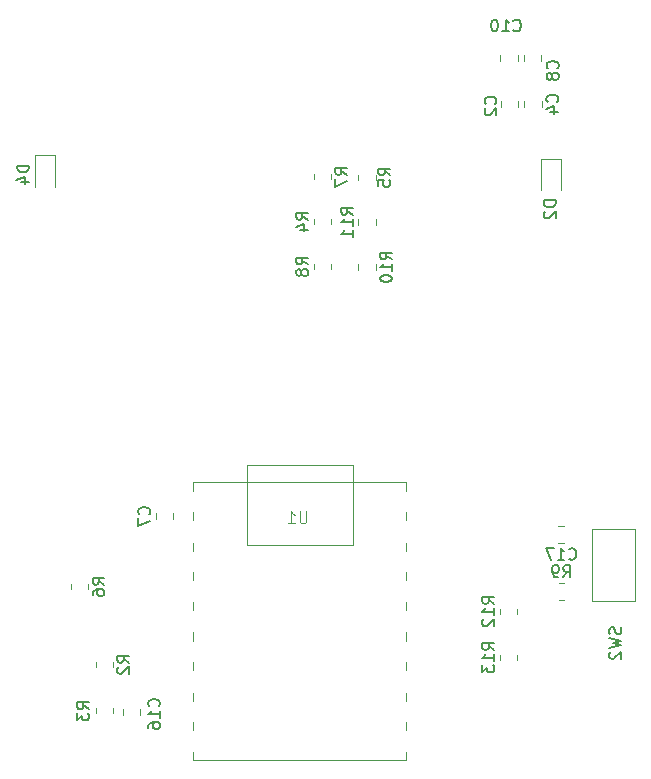
<source format=gbr>
%TF.GenerationSoftware,KiCad,Pcbnew,8.0.6*%
%TF.CreationDate,2025-03-04T23:13:55+07:00*%
%TF.ProjectId,micromouse,6d696372-6f6d-46f7-9573-652e6b696361,rev?*%
%TF.SameCoordinates,Original*%
%TF.FileFunction,Legend,Bot*%
%TF.FilePolarity,Positive*%
%FSLAX46Y46*%
G04 Gerber Fmt 4.6, Leading zero omitted, Abs format (unit mm)*
G04 Created by KiCad (PCBNEW 8.0.6) date 2025-03-04 23:13:55*
%MOMM*%
%LPD*%
G01*
G04 APERTURE LIST*
%ADD10C,0.150000*%
%ADD11C,0.100000*%
%ADD12C,0.120000*%
G04 APERTURE END LIST*
D10*
X162004819Y-129557142D02*
X161528628Y-129223809D01*
X162004819Y-128985714D02*
X161004819Y-128985714D01*
X161004819Y-128985714D02*
X161004819Y-129366666D01*
X161004819Y-129366666D02*
X161052438Y-129461904D01*
X161052438Y-129461904D02*
X161100057Y-129509523D01*
X161100057Y-129509523D02*
X161195295Y-129557142D01*
X161195295Y-129557142D02*
X161338152Y-129557142D01*
X161338152Y-129557142D02*
X161433390Y-129509523D01*
X161433390Y-129509523D02*
X161481009Y-129461904D01*
X161481009Y-129461904D02*
X161528628Y-129366666D01*
X161528628Y-129366666D02*
X161528628Y-128985714D01*
X162004819Y-130509523D02*
X162004819Y-129938095D01*
X162004819Y-130223809D02*
X161004819Y-130223809D01*
X161004819Y-130223809D02*
X161147676Y-130128571D01*
X161147676Y-130128571D02*
X161242914Y-130033333D01*
X161242914Y-130033333D02*
X161290533Y-129938095D01*
X161004819Y-130842857D02*
X161004819Y-131461904D01*
X161004819Y-131461904D02*
X161385771Y-131128571D01*
X161385771Y-131128571D02*
X161385771Y-131271428D01*
X161385771Y-131271428D02*
X161433390Y-131366666D01*
X161433390Y-131366666D02*
X161481009Y-131414285D01*
X161481009Y-131414285D02*
X161576247Y-131461904D01*
X161576247Y-131461904D02*
X161814342Y-131461904D01*
X161814342Y-131461904D02*
X161909580Y-131414285D01*
X161909580Y-131414285D02*
X161957200Y-131366666D01*
X161957200Y-131366666D02*
X162004819Y-131271428D01*
X162004819Y-131271428D02*
X162004819Y-130985714D01*
X162004819Y-130985714D02*
X161957200Y-130890476D01*
X161957200Y-130890476D02*
X161909580Y-130842857D01*
X129004819Y-124033333D02*
X128528628Y-123700000D01*
X129004819Y-123461905D02*
X128004819Y-123461905D01*
X128004819Y-123461905D02*
X128004819Y-123842857D01*
X128004819Y-123842857D02*
X128052438Y-123938095D01*
X128052438Y-123938095D02*
X128100057Y-123985714D01*
X128100057Y-123985714D02*
X128195295Y-124033333D01*
X128195295Y-124033333D02*
X128338152Y-124033333D01*
X128338152Y-124033333D02*
X128433390Y-123985714D01*
X128433390Y-123985714D02*
X128481009Y-123938095D01*
X128481009Y-123938095D02*
X128528628Y-123842857D01*
X128528628Y-123842857D02*
X128528628Y-123461905D01*
X128004819Y-124890476D02*
X128004819Y-124700000D01*
X128004819Y-124700000D02*
X128052438Y-124604762D01*
X128052438Y-124604762D02*
X128100057Y-124557143D01*
X128100057Y-124557143D02*
X128242914Y-124461905D01*
X128242914Y-124461905D02*
X128433390Y-124414286D01*
X128433390Y-124414286D02*
X128814342Y-124414286D01*
X128814342Y-124414286D02*
X128909580Y-124461905D01*
X128909580Y-124461905D02*
X128957200Y-124509524D01*
X128957200Y-124509524D02*
X129004819Y-124604762D01*
X129004819Y-124604762D02*
X129004819Y-124795238D01*
X129004819Y-124795238D02*
X128957200Y-124890476D01*
X128957200Y-124890476D02*
X128909580Y-124938095D01*
X128909580Y-124938095D02*
X128814342Y-124985714D01*
X128814342Y-124985714D02*
X128576247Y-124985714D01*
X128576247Y-124985714D02*
X128481009Y-124938095D01*
X128481009Y-124938095D02*
X128433390Y-124890476D01*
X128433390Y-124890476D02*
X128385771Y-124795238D01*
X128385771Y-124795238D02*
X128385771Y-124604762D01*
X128385771Y-124604762D02*
X128433390Y-124509524D01*
X128433390Y-124509524D02*
X128481009Y-124461905D01*
X128481009Y-124461905D02*
X128576247Y-124414286D01*
X162004819Y-125657142D02*
X161528628Y-125323809D01*
X162004819Y-125085714D02*
X161004819Y-125085714D01*
X161004819Y-125085714D02*
X161004819Y-125466666D01*
X161004819Y-125466666D02*
X161052438Y-125561904D01*
X161052438Y-125561904D02*
X161100057Y-125609523D01*
X161100057Y-125609523D02*
X161195295Y-125657142D01*
X161195295Y-125657142D02*
X161338152Y-125657142D01*
X161338152Y-125657142D02*
X161433390Y-125609523D01*
X161433390Y-125609523D02*
X161481009Y-125561904D01*
X161481009Y-125561904D02*
X161528628Y-125466666D01*
X161528628Y-125466666D02*
X161528628Y-125085714D01*
X162004819Y-126609523D02*
X162004819Y-126038095D01*
X162004819Y-126323809D02*
X161004819Y-126323809D01*
X161004819Y-126323809D02*
X161147676Y-126228571D01*
X161147676Y-126228571D02*
X161242914Y-126133333D01*
X161242914Y-126133333D02*
X161290533Y-126038095D01*
X161100057Y-126990476D02*
X161052438Y-127038095D01*
X161052438Y-127038095D02*
X161004819Y-127133333D01*
X161004819Y-127133333D02*
X161004819Y-127371428D01*
X161004819Y-127371428D02*
X161052438Y-127466666D01*
X161052438Y-127466666D02*
X161100057Y-127514285D01*
X161100057Y-127514285D02*
X161195295Y-127561904D01*
X161195295Y-127561904D02*
X161290533Y-127561904D01*
X161290533Y-127561904D02*
X161433390Y-127514285D01*
X161433390Y-127514285D02*
X162004819Y-126942857D01*
X162004819Y-126942857D02*
X162004819Y-127561904D01*
X150054819Y-92707142D02*
X149578628Y-92373809D01*
X150054819Y-92135714D02*
X149054819Y-92135714D01*
X149054819Y-92135714D02*
X149054819Y-92516666D01*
X149054819Y-92516666D02*
X149102438Y-92611904D01*
X149102438Y-92611904D02*
X149150057Y-92659523D01*
X149150057Y-92659523D02*
X149245295Y-92707142D01*
X149245295Y-92707142D02*
X149388152Y-92707142D01*
X149388152Y-92707142D02*
X149483390Y-92659523D01*
X149483390Y-92659523D02*
X149531009Y-92611904D01*
X149531009Y-92611904D02*
X149578628Y-92516666D01*
X149578628Y-92516666D02*
X149578628Y-92135714D01*
X150054819Y-93659523D02*
X150054819Y-93088095D01*
X150054819Y-93373809D02*
X149054819Y-93373809D01*
X149054819Y-93373809D02*
X149197676Y-93278571D01*
X149197676Y-93278571D02*
X149292914Y-93183333D01*
X149292914Y-93183333D02*
X149340533Y-93088095D01*
X150054819Y-94611904D02*
X150054819Y-94040476D01*
X150054819Y-94326190D02*
X149054819Y-94326190D01*
X149054819Y-94326190D02*
X149197676Y-94230952D01*
X149197676Y-94230952D02*
X149292914Y-94135714D01*
X149292914Y-94135714D02*
X149340533Y-94040476D01*
X132779581Y-118095833D02*
X132827201Y-118048214D01*
X132827201Y-118048214D02*
X132874820Y-117905357D01*
X132874820Y-117905357D02*
X132874820Y-117810119D01*
X132874820Y-117810119D02*
X132827201Y-117667262D01*
X132827201Y-117667262D02*
X132731962Y-117572024D01*
X132731962Y-117572024D02*
X132636724Y-117524405D01*
X132636724Y-117524405D02*
X132446248Y-117476786D01*
X132446248Y-117476786D02*
X132303391Y-117476786D01*
X132303391Y-117476786D02*
X132112915Y-117524405D01*
X132112915Y-117524405D02*
X132017677Y-117572024D01*
X132017677Y-117572024D02*
X131922439Y-117667262D01*
X131922439Y-117667262D02*
X131874820Y-117810119D01*
X131874820Y-117810119D02*
X131874820Y-117905357D01*
X131874820Y-117905357D02*
X131922439Y-118048214D01*
X131922439Y-118048214D02*
X131970058Y-118095833D01*
X131874820Y-118429167D02*
X131874820Y-119095833D01*
X131874820Y-119095833D02*
X132874820Y-118667262D01*
X133609580Y-134357142D02*
X133657200Y-134309523D01*
X133657200Y-134309523D02*
X133704819Y-134166666D01*
X133704819Y-134166666D02*
X133704819Y-134071428D01*
X133704819Y-134071428D02*
X133657200Y-133928571D01*
X133657200Y-133928571D02*
X133561961Y-133833333D01*
X133561961Y-133833333D02*
X133466723Y-133785714D01*
X133466723Y-133785714D02*
X133276247Y-133738095D01*
X133276247Y-133738095D02*
X133133390Y-133738095D01*
X133133390Y-133738095D02*
X132942914Y-133785714D01*
X132942914Y-133785714D02*
X132847676Y-133833333D01*
X132847676Y-133833333D02*
X132752438Y-133928571D01*
X132752438Y-133928571D02*
X132704819Y-134071428D01*
X132704819Y-134071428D02*
X132704819Y-134166666D01*
X132704819Y-134166666D02*
X132752438Y-134309523D01*
X132752438Y-134309523D02*
X132800057Y-134357142D01*
X133704819Y-135309523D02*
X133704819Y-134738095D01*
X133704819Y-135023809D02*
X132704819Y-135023809D01*
X132704819Y-135023809D02*
X132847676Y-134928571D01*
X132847676Y-134928571D02*
X132942914Y-134833333D01*
X132942914Y-134833333D02*
X132990533Y-134738095D01*
X132704819Y-136166666D02*
X132704819Y-135976190D01*
X132704819Y-135976190D02*
X132752438Y-135880952D01*
X132752438Y-135880952D02*
X132800057Y-135833333D01*
X132800057Y-135833333D02*
X132942914Y-135738095D01*
X132942914Y-135738095D02*
X133133390Y-135690476D01*
X133133390Y-135690476D02*
X133514342Y-135690476D01*
X133514342Y-135690476D02*
X133609580Y-135738095D01*
X133609580Y-135738095D02*
X133657200Y-135785714D01*
X133657200Y-135785714D02*
X133704819Y-135880952D01*
X133704819Y-135880952D02*
X133704819Y-136071428D01*
X133704819Y-136071428D02*
X133657200Y-136166666D01*
X133657200Y-136166666D02*
X133609580Y-136214285D01*
X133609580Y-136214285D02*
X133514342Y-136261904D01*
X133514342Y-136261904D02*
X133276247Y-136261904D01*
X133276247Y-136261904D02*
X133181009Y-136214285D01*
X133181009Y-136214285D02*
X133133390Y-136166666D01*
X133133390Y-136166666D02*
X133085771Y-136071428D01*
X133085771Y-136071428D02*
X133085771Y-135880952D01*
X133085771Y-135880952D02*
X133133390Y-135785714D01*
X133133390Y-135785714D02*
X133181009Y-135738095D01*
X133181009Y-135738095D02*
X133276247Y-135690476D01*
X127704819Y-134583333D02*
X127228628Y-134250000D01*
X127704819Y-134011905D02*
X126704819Y-134011905D01*
X126704819Y-134011905D02*
X126704819Y-134392857D01*
X126704819Y-134392857D02*
X126752438Y-134488095D01*
X126752438Y-134488095D02*
X126800057Y-134535714D01*
X126800057Y-134535714D02*
X126895295Y-134583333D01*
X126895295Y-134583333D02*
X127038152Y-134583333D01*
X127038152Y-134583333D02*
X127133390Y-134535714D01*
X127133390Y-134535714D02*
X127181009Y-134488095D01*
X127181009Y-134488095D02*
X127228628Y-134392857D01*
X127228628Y-134392857D02*
X127228628Y-134011905D01*
X126704819Y-134916667D02*
X126704819Y-135535714D01*
X126704819Y-135535714D02*
X127085771Y-135202381D01*
X127085771Y-135202381D02*
X127085771Y-135345238D01*
X127085771Y-135345238D02*
X127133390Y-135440476D01*
X127133390Y-135440476D02*
X127181009Y-135488095D01*
X127181009Y-135488095D02*
X127276247Y-135535714D01*
X127276247Y-135535714D02*
X127514342Y-135535714D01*
X127514342Y-135535714D02*
X127609580Y-135488095D01*
X127609580Y-135488095D02*
X127657200Y-135440476D01*
X127657200Y-135440476D02*
X127704819Y-135345238D01*
X127704819Y-135345238D02*
X127704819Y-135059524D01*
X127704819Y-135059524D02*
X127657200Y-134964286D01*
X127657200Y-134964286D02*
X127609580Y-134916667D01*
X149554819Y-89333333D02*
X149078628Y-89000000D01*
X149554819Y-88761905D02*
X148554819Y-88761905D01*
X148554819Y-88761905D02*
X148554819Y-89142857D01*
X148554819Y-89142857D02*
X148602438Y-89238095D01*
X148602438Y-89238095D02*
X148650057Y-89285714D01*
X148650057Y-89285714D02*
X148745295Y-89333333D01*
X148745295Y-89333333D02*
X148888152Y-89333333D01*
X148888152Y-89333333D02*
X148983390Y-89285714D01*
X148983390Y-89285714D02*
X149031009Y-89238095D01*
X149031009Y-89238095D02*
X149078628Y-89142857D01*
X149078628Y-89142857D02*
X149078628Y-88761905D01*
X148554819Y-89666667D02*
X148554819Y-90333333D01*
X148554819Y-90333333D02*
X149554819Y-89904762D01*
X131104819Y-130633333D02*
X130628628Y-130300000D01*
X131104819Y-130061905D02*
X130104819Y-130061905D01*
X130104819Y-130061905D02*
X130104819Y-130442857D01*
X130104819Y-130442857D02*
X130152438Y-130538095D01*
X130152438Y-130538095D02*
X130200057Y-130585714D01*
X130200057Y-130585714D02*
X130295295Y-130633333D01*
X130295295Y-130633333D02*
X130438152Y-130633333D01*
X130438152Y-130633333D02*
X130533390Y-130585714D01*
X130533390Y-130585714D02*
X130581009Y-130538095D01*
X130581009Y-130538095D02*
X130628628Y-130442857D01*
X130628628Y-130442857D02*
X130628628Y-130061905D01*
X130200057Y-131014286D02*
X130152438Y-131061905D01*
X130152438Y-131061905D02*
X130104819Y-131157143D01*
X130104819Y-131157143D02*
X130104819Y-131395238D01*
X130104819Y-131395238D02*
X130152438Y-131490476D01*
X130152438Y-131490476D02*
X130200057Y-131538095D01*
X130200057Y-131538095D02*
X130295295Y-131585714D01*
X130295295Y-131585714D02*
X130390533Y-131585714D01*
X130390533Y-131585714D02*
X130533390Y-131538095D01*
X130533390Y-131538095D02*
X131104819Y-130966667D01*
X131104819Y-130966667D02*
X131104819Y-131585714D01*
X153354819Y-96507142D02*
X152878628Y-96173809D01*
X153354819Y-95935714D02*
X152354819Y-95935714D01*
X152354819Y-95935714D02*
X152354819Y-96316666D01*
X152354819Y-96316666D02*
X152402438Y-96411904D01*
X152402438Y-96411904D02*
X152450057Y-96459523D01*
X152450057Y-96459523D02*
X152545295Y-96507142D01*
X152545295Y-96507142D02*
X152688152Y-96507142D01*
X152688152Y-96507142D02*
X152783390Y-96459523D01*
X152783390Y-96459523D02*
X152831009Y-96411904D01*
X152831009Y-96411904D02*
X152878628Y-96316666D01*
X152878628Y-96316666D02*
X152878628Y-95935714D01*
X153354819Y-97459523D02*
X153354819Y-96888095D01*
X153354819Y-97173809D02*
X152354819Y-97173809D01*
X152354819Y-97173809D02*
X152497676Y-97078571D01*
X152497676Y-97078571D02*
X152592914Y-96983333D01*
X152592914Y-96983333D02*
X152640533Y-96888095D01*
X152354819Y-98078571D02*
X152354819Y-98173809D01*
X152354819Y-98173809D02*
X152402438Y-98269047D01*
X152402438Y-98269047D02*
X152450057Y-98316666D01*
X152450057Y-98316666D02*
X152545295Y-98364285D01*
X152545295Y-98364285D02*
X152735771Y-98411904D01*
X152735771Y-98411904D02*
X152973866Y-98411904D01*
X152973866Y-98411904D02*
X153164342Y-98364285D01*
X153164342Y-98364285D02*
X153259580Y-98316666D01*
X153259580Y-98316666D02*
X153307200Y-98269047D01*
X153307200Y-98269047D02*
X153354819Y-98173809D01*
X153354819Y-98173809D02*
X153354819Y-98078571D01*
X153354819Y-98078571D02*
X153307200Y-97983333D01*
X153307200Y-97983333D02*
X153259580Y-97935714D01*
X153259580Y-97935714D02*
X153164342Y-97888095D01*
X153164342Y-97888095D02*
X152973866Y-97840476D01*
X152973866Y-97840476D02*
X152735771Y-97840476D01*
X152735771Y-97840476D02*
X152545295Y-97888095D01*
X152545295Y-97888095D02*
X152450057Y-97935714D01*
X152450057Y-97935714D02*
X152402438Y-97983333D01*
X152402438Y-97983333D02*
X152354819Y-98078571D01*
X167204819Y-91511905D02*
X166204819Y-91511905D01*
X166204819Y-91511905D02*
X166204819Y-91750000D01*
X166204819Y-91750000D02*
X166252438Y-91892857D01*
X166252438Y-91892857D02*
X166347676Y-91988095D01*
X166347676Y-91988095D02*
X166442914Y-92035714D01*
X166442914Y-92035714D02*
X166633390Y-92083333D01*
X166633390Y-92083333D02*
X166776247Y-92083333D01*
X166776247Y-92083333D02*
X166966723Y-92035714D01*
X166966723Y-92035714D02*
X167061961Y-91988095D01*
X167061961Y-91988095D02*
X167157200Y-91892857D01*
X167157200Y-91892857D02*
X167204819Y-91750000D01*
X167204819Y-91750000D02*
X167204819Y-91511905D01*
X166300057Y-92464286D02*
X166252438Y-92511905D01*
X166252438Y-92511905D02*
X166204819Y-92607143D01*
X166204819Y-92607143D02*
X166204819Y-92845238D01*
X166204819Y-92845238D02*
X166252438Y-92940476D01*
X166252438Y-92940476D02*
X166300057Y-92988095D01*
X166300057Y-92988095D02*
X166395295Y-93035714D01*
X166395295Y-93035714D02*
X166490533Y-93035714D01*
X166490533Y-93035714D02*
X166633390Y-92988095D01*
X166633390Y-92988095D02*
X167204819Y-92416667D01*
X167204819Y-92416667D02*
X167204819Y-93035714D01*
X122604818Y-88561906D02*
X121604818Y-88561906D01*
X121604818Y-88561906D02*
X121604818Y-88800001D01*
X121604818Y-88800001D02*
X121652437Y-88942858D01*
X121652437Y-88942858D02*
X121747675Y-89038096D01*
X121747675Y-89038096D02*
X121842913Y-89085715D01*
X121842913Y-89085715D02*
X122033389Y-89133334D01*
X122033389Y-89133334D02*
X122176246Y-89133334D01*
X122176246Y-89133334D02*
X122366722Y-89085715D01*
X122366722Y-89085715D02*
X122461960Y-89038096D01*
X122461960Y-89038096D02*
X122557199Y-88942858D01*
X122557199Y-88942858D02*
X122604818Y-88800001D01*
X122604818Y-88800001D02*
X122604818Y-88561906D01*
X121938151Y-89990477D02*
X122604818Y-89990477D01*
X121557199Y-89752382D02*
X122271484Y-89514287D01*
X122271484Y-89514287D02*
X122271484Y-90133334D01*
X163642857Y-77109580D02*
X163690476Y-77157200D01*
X163690476Y-77157200D02*
X163833333Y-77204819D01*
X163833333Y-77204819D02*
X163928571Y-77204819D01*
X163928571Y-77204819D02*
X164071428Y-77157200D01*
X164071428Y-77157200D02*
X164166666Y-77061961D01*
X164166666Y-77061961D02*
X164214285Y-76966723D01*
X164214285Y-76966723D02*
X164261904Y-76776247D01*
X164261904Y-76776247D02*
X164261904Y-76633390D01*
X164261904Y-76633390D02*
X164214285Y-76442914D01*
X164214285Y-76442914D02*
X164166666Y-76347676D01*
X164166666Y-76347676D02*
X164071428Y-76252438D01*
X164071428Y-76252438D02*
X163928571Y-76204819D01*
X163928571Y-76204819D02*
X163833333Y-76204819D01*
X163833333Y-76204819D02*
X163690476Y-76252438D01*
X163690476Y-76252438D02*
X163642857Y-76300057D01*
X162690476Y-77204819D02*
X163261904Y-77204819D01*
X162976190Y-77204819D02*
X162976190Y-76204819D01*
X162976190Y-76204819D02*
X163071428Y-76347676D01*
X163071428Y-76347676D02*
X163166666Y-76442914D01*
X163166666Y-76442914D02*
X163261904Y-76490533D01*
X162071428Y-76204819D02*
X161976190Y-76204819D01*
X161976190Y-76204819D02*
X161880952Y-76252438D01*
X161880952Y-76252438D02*
X161833333Y-76300057D01*
X161833333Y-76300057D02*
X161785714Y-76395295D01*
X161785714Y-76395295D02*
X161738095Y-76585771D01*
X161738095Y-76585771D02*
X161738095Y-76823866D01*
X161738095Y-76823866D02*
X161785714Y-77014342D01*
X161785714Y-77014342D02*
X161833333Y-77109580D01*
X161833333Y-77109580D02*
X161880952Y-77157200D01*
X161880952Y-77157200D02*
X161976190Y-77204819D01*
X161976190Y-77204819D02*
X162071428Y-77204819D01*
X162071428Y-77204819D02*
X162166666Y-77157200D01*
X162166666Y-77157200D02*
X162214285Y-77109580D01*
X162214285Y-77109580D02*
X162261904Y-77014342D01*
X162261904Y-77014342D02*
X162309523Y-76823866D01*
X162309523Y-76823866D02*
X162309523Y-76585771D01*
X162309523Y-76585771D02*
X162261904Y-76395295D01*
X162261904Y-76395295D02*
X162214285Y-76300057D01*
X162214285Y-76300057D02*
X162166666Y-76252438D01*
X162166666Y-76252438D02*
X162071428Y-76204819D01*
X146254819Y-96933333D02*
X145778628Y-96600000D01*
X146254819Y-96361905D02*
X145254819Y-96361905D01*
X145254819Y-96361905D02*
X145254819Y-96742857D01*
X145254819Y-96742857D02*
X145302438Y-96838095D01*
X145302438Y-96838095D02*
X145350057Y-96885714D01*
X145350057Y-96885714D02*
X145445295Y-96933333D01*
X145445295Y-96933333D02*
X145588152Y-96933333D01*
X145588152Y-96933333D02*
X145683390Y-96885714D01*
X145683390Y-96885714D02*
X145731009Y-96838095D01*
X145731009Y-96838095D02*
X145778628Y-96742857D01*
X145778628Y-96742857D02*
X145778628Y-96361905D01*
X145683390Y-97504762D02*
X145635771Y-97409524D01*
X145635771Y-97409524D02*
X145588152Y-97361905D01*
X145588152Y-97361905D02*
X145492914Y-97314286D01*
X145492914Y-97314286D02*
X145445295Y-97314286D01*
X145445295Y-97314286D02*
X145350057Y-97361905D01*
X145350057Y-97361905D02*
X145302438Y-97409524D01*
X145302438Y-97409524D02*
X145254819Y-97504762D01*
X145254819Y-97504762D02*
X145254819Y-97695238D01*
X145254819Y-97695238D02*
X145302438Y-97790476D01*
X145302438Y-97790476D02*
X145350057Y-97838095D01*
X145350057Y-97838095D02*
X145445295Y-97885714D01*
X145445295Y-97885714D02*
X145492914Y-97885714D01*
X145492914Y-97885714D02*
X145588152Y-97838095D01*
X145588152Y-97838095D02*
X145635771Y-97790476D01*
X145635771Y-97790476D02*
X145683390Y-97695238D01*
X145683390Y-97695238D02*
X145683390Y-97504762D01*
X145683390Y-97504762D02*
X145731009Y-97409524D01*
X145731009Y-97409524D02*
X145778628Y-97361905D01*
X145778628Y-97361905D02*
X145873866Y-97314286D01*
X145873866Y-97314286D02*
X146064342Y-97314286D01*
X146064342Y-97314286D02*
X146159580Y-97361905D01*
X146159580Y-97361905D02*
X146207200Y-97409524D01*
X146207200Y-97409524D02*
X146254819Y-97504762D01*
X146254819Y-97504762D02*
X146254819Y-97695238D01*
X146254819Y-97695238D02*
X146207200Y-97790476D01*
X146207200Y-97790476D02*
X146159580Y-97838095D01*
X146159580Y-97838095D02*
X146064342Y-97885714D01*
X146064342Y-97885714D02*
X145873866Y-97885714D01*
X145873866Y-97885714D02*
X145778628Y-97838095D01*
X145778628Y-97838095D02*
X145731009Y-97790476D01*
X145731009Y-97790476D02*
X145683390Y-97695238D01*
X153204819Y-89383333D02*
X152728628Y-89050000D01*
X153204819Y-88811905D02*
X152204819Y-88811905D01*
X152204819Y-88811905D02*
X152204819Y-89192857D01*
X152204819Y-89192857D02*
X152252438Y-89288095D01*
X152252438Y-89288095D02*
X152300057Y-89335714D01*
X152300057Y-89335714D02*
X152395295Y-89383333D01*
X152395295Y-89383333D02*
X152538152Y-89383333D01*
X152538152Y-89383333D02*
X152633390Y-89335714D01*
X152633390Y-89335714D02*
X152681009Y-89288095D01*
X152681009Y-89288095D02*
X152728628Y-89192857D01*
X152728628Y-89192857D02*
X152728628Y-88811905D01*
X152204819Y-90288095D02*
X152204819Y-89811905D01*
X152204819Y-89811905D02*
X152681009Y-89764286D01*
X152681009Y-89764286D02*
X152633390Y-89811905D01*
X152633390Y-89811905D02*
X152585771Y-89907143D01*
X152585771Y-89907143D02*
X152585771Y-90145238D01*
X152585771Y-90145238D02*
X152633390Y-90240476D01*
X152633390Y-90240476D02*
X152681009Y-90288095D01*
X152681009Y-90288095D02*
X152776247Y-90335714D01*
X152776247Y-90335714D02*
X153014342Y-90335714D01*
X153014342Y-90335714D02*
X153109580Y-90288095D01*
X153109580Y-90288095D02*
X153157200Y-90240476D01*
X153157200Y-90240476D02*
X153204819Y-90145238D01*
X153204819Y-90145238D02*
X153204819Y-89907143D01*
X153204819Y-89907143D02*
X153157200Y-89811905D01*
X153157200Y-89811905D02*
X153109580Y-89764286D01*
D11*
X146111904Y-117832419D02*
X146111904Y-118641942D01*
X146111904Y-118641942D02*
X146064285Y-118737180D01*
X146064285Y-118737180D02*
X146016666Y-118784800D01*
X146016666Y-118784800D02*
X145921428Y-118832419D01*
X145921428Y-118832419D02*
X145730952Y-118832419D01*
X145730952Y-118832419D02*
X145635714Y-118784800D01*
X145635714Y-118784800D02*
X145588095Y-118737180D01*
X145588095Y-118737180D02*
X145540476Y-118641942D01*
X145540476Y-118641942D02*
X145540476Y-117832419D01*
X144540476Y-118832419D02*
X145111904Y-118832419D01*
X144826190Y-118832419D02*
X144826190Y-117832419D01*
X144826190Y-117832419D02*
X144921428Y-117975276D01*
X144921428Y-117975276D02*
X145016666Y-118070514D01*
X145016666Y-118070514D02*
X145111904Y-118118133D01*
D10*
X167359580Y-80333333D02*
X167407200Y-80285714D01*
X167407200Y-80285714D02*
X167454819Y-80142857D01*
X167454819Y-80142857D02*
X167454819Y-80047619D01*
X167454819Y-80047619D02*
X167407200Y-79904762D01*
X167407200Y-79904762D02*
X167311961Y-79809524D01*
X167311961Y-79809524D02*
X167216723Y-79761905D01*
X167216723Y-79761905D02*
X167026247Y-79714286D01*
X167026247Y-79714286D02*
X166883390Y-79714286D01*
X166883390Y-79714286D02*
X166692914Y-79761905D01*
X166692914Y-79761905D02*
X166597676Y-79809524D01*
X166597676Y-79809524D02*
X166502438Y-79904762D01*
X166502438Y-79904762D02*
X166454819Y-80047619D01*
X166454819Y-80047619D02*
X166454819Y-80142857D01*
X166454819Y-80142857D02*
X166502438Y-80285714D01*
X166502438Y-80285714D02*
X166550057Y-80333333D01*
X166883390Y-80904762D02*
X166835771Y-80809524D01*
X166835771Y-80809524D02*
X166788152Y-80761905D01*
X166788152Y-80761905D02*
X166692914Y-80714286D01*
X166692914Y-80714286D02*
X166645295Y-80714286D01*
X166645295Y-80714286D02*
X166550057Y-80761905D01*
X166550057Y-80761905D02*
X166502438Y-80809524D01*
X166502438Y-80809524D02*
X166454819Y-80904762D01*
X166454819Y-80904762D02*
X166454819Y-81095238D01*
X166454819Y-81095238D02*
X166502438Y-81190476D01*
X166502438Y-81190476D02*
X166550057Y-81238095D01*
X166550057Y-81238095D02*
X166645295Y-81285714D01*
X166645295Y-81285714D02*
X166692914Y-81285714D01*
X166692914Y-81285714D02*
X166788152Y-81238095D01*
X166788152Y-81238095D02*
X166835771Y-81190476D01*
X166835771Y-81190476D02*
X166883390Y-81095238D01*
X166883390Y-81095238D02*
X166883390Y-80904762D01*
X166883390Y-80904762D02*
X166931009Y-80809524D01*
X166931009Y-80809524D02*
X166978628Y-80761905D01*
X166978628Y-80761905D02*
X167073866Y-80714286D01*
X167073866Y-80714286D02*
X167264342Y-80714286D01*
X167264342Y-80714286D02*
X167359580Y-80761905D01*
X167359580Y-80761905D02*
X167407200Y-80809524D01*
X167407200Y-80809524D02*
X167454819Y-80904762D01*
X167454819Y-80904762D02*
X167454819Y-81095238D01*
X167454819Y-81095238D02*
X167407200Y-81190476D01*
X167407200Y-81190476D02*
X167359580Y-81238095D01*
X167359580Y-81238095D02*
X167264342Y-81285714D01*
X167264342Y-81285714D02*
X167073866Y-81285714D01*
X167073866Y-81285714D02*
X166978628Y-81238095D01*
X166978628Y-81238095D02*
X166931009Y-81190476D01*
X166931009Y-81190476D02*
X166883390Y-81095238D01*
X168342857Y-121839579D02*
X168390476Y-121887199D01*
X168390476Y-121887199D02*
X168533333Y-121934818D01*
X168533333Y-121934818D02*
X168628571Y-121934818D01*
X168628571Y-121934818D02*
X168771428Y-121887199D01*
X168771428Y-121887199D02*
X168866666Y-121791960D01*
X168866666Y-121791960D02*
X168914285Y-121696722D01*
X168914285Y-121696722D02*
X168961904Y-121506246D01*
X168961904Y-121506246D02*
X168961904Y-121363389D01*
X168961904Y-121363389D02*
X168914285Y-121172913D01*
X168914285Y-121172913D02*
X168866666Y-121077675D01*
X168866666Y-121077675D02*
X168771428Y-120982437D01*
X168771428Y-120982437D02*
X168628571Y-120934818D01*
X168628571Y-120934818D02*
X168533333Y-120934818D01*
X168533333Y-120934818D02*
X168390476Y-120982437D01*
X168390476Y-120982437D02*
X168342857Y-121030056D01*
X167390476Y-121934818D02*
X167961904Y-121934818D01*
X167676190Y-121934818D02*
X167676190Y-120934818D01*
X167676190Y-120934818D02*
X167771428Y-121077675D01*
X167771428Y-121077675D02*
X167866666Y-121172913D01*
X167866666Y-121172913D02*
X167961904Y-121220532D01*
X167057142Y-120934818D02*
X166390476Y-120934818D01*
X166390476Y-120934818D02*
X166819047Y-121934818D01*
X146254819Y-93133333D02*
X145778628Y-92800000D01*
X146254819Y-92561905D02*
X145254819Y-92561905D01*
X145254819Y-92561905D02*
X145254819Y-92942857D01*
X145254819Y-92942857D02*
X145302438Y-93038095D01*
X145302438Y-93038095D02*
X145350057Y-93085714D01*
X145350057Y-93085714D02*
X145445295Y-93133333D01*
X145445295Y-93133333D02*
X145588152Y-93133333D01*
X145588152Y-93133333D02*
X145683390Y-93085714D01*
X145683390Y-93085714D02*
X145731009Y-93038095D01*
X145731009Y-93038095D02*
X145778628Y-92942857D01*
X145778628Y-92942857D02*
X145778628Y-92561905D01*
X145588152Y-93990476D02*
X146254819Y-93990476D01*
X145207200Y-93752381D02*
X145921485Y-93514286D01*
X145921485Y-93514286D02*
X145921485Y-94133333D01*
X167339579Y-83170833D02*
X167387199Y-83123214D01*
X167387199Y-83123214D02*
X167434818Y-82980357D01*
X167434818Y-82980357D02*
X167434818Y-82885119D01*
X167434818Y-82885119D02*
X167387199Y-82742262D01*
X167387199Y-82742262D02*
X167291960Y-82647024D01*
X167291960Y-82647024D02*
X167196722Y-82599405D01*
X167196722Y-82599405D02*
X167006246Y-82551786D01*
X167006246Y-82551786D02*
X166863389Y-82551786D01*
X166863389Y-82551786D02*
X166672913Y-82599405D01*
X166672913Y-82599405D02*
X166577675Y-82647024D01*
X166577675Y-82647024D02*
X166482437Y-82742262D01*
X166482437Y-82742262D02*
X166434818Y-82885119D01*
X166434818Y-82885119D02*
X166434818Y-82980357D01*
X166434818Y-82980357D02*
X166482437Y-83123214D01*
X166482437Y-83123214D02*
X166530056Y-83170833D01*
X166768151Y-84027976D02*
X167434818Y-84027976D01*
X166387199Y-83789881D02*
X167101484Y-83551786D01*
X167101484Y-83551786D02*
X167101484Y-84170833D01*
X162109580Y-83333333D02*
X162157200Y-83285714D01*
X162157200Y-83285714D02*
X162204819Y-83142857D01*
X162204819Y-83142857D02*
X162204819Y-83047619D01*
X162204819Y-83047619D02*
X162157200Y-82904762D01*
X162157200Y-82904762D02*
X162061961Y-82809524D01*
X162061961Y-82809524D02*
X161966723Y-82761905D01*
X161966723Y-82761905D02*
X161776247Y-82714286D01*
X161776247Y-82714286D02*
X161633390Y-82714286D01*
X161633390Y-82714286D02*
X161442914Y-82761905D01*
X161442914Y-82761905D02*
X161347676Y-82809524D01*
X161347676Y-82809524D02*
X161252438Y-82904762D01*
X161252438Y-82904762D02*
X161204819Y-83047619D01*
X161204819Y-83047619D02*
X161204819Y-83142857D01*
X161204819Y-83142857D02*
X161252438Y-83285714D01*
X161252438Y-83285714D02*
X161300057Y-83333333D01*
X161300057Y-83714286D02*
X161252438Y-83761905D01*
X161252438Y-83761905D02*
X161204819Y-83857143D01*
X161204819Y-83857143D02*
X161204819Y-84095238D01*
X161204819Y-84095238D02*
X161252438Y-84190476D01*
X161252438Y-84190476D02*
X161300057Y-84238095D01*
X161300057Y-84238095D02*
X161395295Y-84285714D01*
X161395295Y-84285714D02*
X161490533Y-84285714D01*
X161490533Y-84285714D02*
X161633390Y-84238095D01*
X161633390Y-84238095D02*
X162204819Y-83666667D01*
X162204819Y-83666667D02*
X162204819Y-84285714D01*
X172707200Y-127666667D02*
X172754819Y-127809524D01*
X172754819Y-127809524D02*
X172754819Y-128047619D01*
X172754819Y-128047619D02*
X172707200Y-128142857D01*
X172707200Y-128142857D02*
X172659580Y-128190476D01*
X172659580Y-128190476D02*
X172564342Y-128238095D01*
X172564342Y-128238095D02*
X172469104Y-128238095D01*
X172469104Y-128238095D02*
X172373866Y-128190476D01*
X172373866Y-128190476D02*
X172326247Y-128142857D01*
X172326247Y-128142857D02*
X172278628Y-128047619D01*
X172278628Y-128047619D02*
X172231009Y-127857143D01*
X172231009Y-127857143D02*
X172183390Y-127761905D01*
X172183390Y-127761905D02*
X172135771Y-127714286D01*
X172135771Y-127714286D02*
X172040533Y-127666667D01*
X172040533Y-127666667D02*
X171945295Y-127666667D01*
X171945295Y-127666667D02*
X171850057Y-127714286D01*
X171850057Y-127714286D02*
X171802438Y-127761905D01*
X171802438Y-127761905D02*
X171754819Y-127857143D01*
X171754819Y-127857143D02*
X171754819Y-128095238D01*
X171754819Y-128095238D02*
X171802438Y-128238095D01*
X171754819Y-128571429D02*
X172754819Y-128809524D01*
X172754819Y-128809524D02*
X172040533Y-129000000D01*
X172040533Y-129000000D02*
X172754819Y-129190476D01*
X172754819Y-129190476D02*
X171754819Y-129428572D01*
X171850057Y-129761905D02*
X171802438Y-129809524D01*
X171802438Y-129809524D02*
X171754819Y-129904762D01*
X171754819Y-129904762D02*
X171754819Y-130142857D01*
X171754819Y-130142857D02*
X171802438Y-130238095D01*
X171802438Y-130238095D02*
X171850057Y-130285714D01*
X171850057Y-130285714D02*
X171945295Y-130333333D01*
X171945295Y-130333333D02*
X172040533Y-130333333D01*
X172040533Y-130333333D02*
X172183390Y-130285714D01*
X172183390Y-130285714D02*
X172754819Y-129714286D01*
X172754819Y-129714286D02*
X172754819Y-130333333D01*
X167866666Y-123404819D02*
X168199999Y-122928628D01*
X168438094Y-123404819D02*
X168438094Y-122404819D01*
X168438094Y-122404819D02*
X168057142Y-122404819D01*
X168057142Y-122404819D02*
X167961904Y-122452438D01*
X167961904Y-122452438D02*
X167914285Y-122500057D01*
X167914285Y-122500057D02*
X167866666Y-122595295D01*
X167866666Y-122595295D02*
X167866666Y-122738152D01*
X167866666Y-122738152D02*
X167914285Y-122833390D01*
X167914285Y-122833390D02*
X167961904Y-122881009D01*
X167961904Y-122881009D02*
X168057142Y-122928628D01*
X168057142Y-122928628D02*
X168438094Y-122928628D01*
X167390475Y-123404819D02*
X167199999Y-123404819D01*
X167199999Y-123404819D02*
X167104761Y-123357200D01*
X167104761Y-123357200D02*
X167057142Y-123309580D01*
X167057142Y-123309580D02*
X166961904Y-123166723D01*
X166961904Y-123166723D02*
X166914285Y-122976247D01*
X166914285Y-122976247D02*
X166914285Y-122595295D01*
X166914285Y-122595295D02*
X166961904Y-122500057D01*
X166961904Y-122500057D02*
X167009523Y-122452438D01*
X167009523Y-122452438D02*
X167104761Y-122404819D01*
X167104761Y-122404819D02*
X167295237Y-122404819D01*
X167295237Y-122404819D02*
X167390475Y-122452438D01*
X167390475Y-122452438D02*
X167438094Y-122500057D01*
X167438094Y-122500057D02*
X167485713Y-122595295D01*
X167485713Y-122595295D02*
X167485713Y-122833390D01*
X167485713Y-122833390D02*
X167438094Y-122928628D01*
X167438094Y-122928628D02*
X167390475Y-122976247D01*
X167390475Y-122976247D02*
X167295237Y-123023866D01*
X167295237Y-123023866D02*
X167104761Y-123023866D01*
X167104761Y-123023866D02*
X167009523Y-122976247D01*
X167009523Y-122976247D02*
X166961904Y-122928628D01*
X166961904Y-122928628D02*
X166914285Y-122833390D01*
D12*
%TO.C,R13*%
X162465000Y-130427064D02*
X162465000Y-129972936D01*
X163935000Y-130427064D02*
X163935000Y-129972936D01*
%TO.C,R6*%
X126165000Y-123972936D02*
X126165000Y-124427064D01*
X127635000Y-123972936D02*
X127635000Y-124427064D01*
%TO.C,R12*%
X162465000Y-126527064D02*
X162465000Y-126072936D01*
X163935000Y-126527064D02*
X163935000Y-126072936D01*
%TO.C,R11*%
X150515000Y-93577064D02*
X150515000Y-93122936D01*
X151985000Y-93577064D02*
X151985000Y-93122936D01*
%TO.C,C7*%
X133365000Y-118523753D02*
X133365000Y-118001247D01*
X134835000Y-118523753D02*
X134835000Y-118001247D01*
%TO.C,C16*%
X130565000Y-135061253D02*
X130565000Y-134538747D01*
X132035000Y-135061253D02*
X132035000Y-134538747D01*
%TO.C,R3*%
X128265000Y-134472936D02*
X128265000Y-134927064D01*
X129735000Y-134472936D02*
X129735000Y-134927064D01*
%TO.C,R7*%
X146715000Y-89272936D02*
X146715000Y-89727064D01*
X148185000Y-89272936D02*
X148185000Y-89727064D01*
%TO.C,R2*%
X128265000Y-130572936D02*
X128265000Y-131027064D01*
X129735000Y-130572936D02*
X129735000Y-131027064D01*
%TO.C,R10*%
X150515000Y-96922936D02*
X150515000Y-97377064D01*
X151985000Y-96922936D02*
X151985000Y-97377064D01*
%TO.C,D2*%
X165950000Y-90649999D02*
X165950000Y-87989999D01*
X167650000Y-87989999D02*
X165950000Y-87989999D01*
X167650000Y-90649999D02*
X167650000Y-87989999D01*
%TO.C,D4*%
X123150000Y-90350001D02*
X123150000Y-87690001D01*
X124850000Y-87690001D02*
X123150000Y-87690001D01*
X124850000Y-90350001D02*
X124850000Y-87690001D01*
%TO.C,C10*%
X162514997Y-79723753D02*
X162514997Y-79201247D01*
X163984997Y-79723753D02*
X163984997Y-79201247D01*
%TO.C,R8*%
X146715000Y-97327064D02*
X146715000Y-96872936D01*
X148185000Y-97327064D02*
X148185000Y-96872936D01*
%TO.C,R5*%
X150515000Y-89777064D02*
X150515000Y-89322936D01*
X151985000Y-89777064D02*
X151985000Y-89322936D01*
D11*
%TO.C,U1*%
X136550000Y-116075000D02*
X136550000Y-115375000D01*
X136550000Y-118575000D02*
X136550000Y-117875000D01*
X136550000Y-121175000D02*
X136550000Y-120475000D01*
X136550000Y-123675000D02*
X136550000Y-122975000D01*
X136550000Y-126175000D02*
X136550000Y-125475000D01*
X136550000Y-128775000D02*
X136550000Y-128075000D01*
X136550000Y-131275000D02*
X136550000Y-130575000D01*
X136550000Y-133875000D02*
X136550000Y-133175000D01*
X136550000Y-136375000D02*
X136550000Y-135675000D01*
X136550000Y-138875000D02*
X136550000Y-138175000D01*
X136550000Y-138875000D02*
X154550000Y-138875000D01*
X141050000Y-113875000D02*
X141050000Y-115375000D01*
X141050000Y-120675000D02*
X141050000Y-115375000D01*
X150050000Y-113875000D02*
X141050000Y-113875000D01*
X150050000Y-113875000D02*
X150050000Y-115375000D01*
X150050000Y-120675000D02*
X141050000Y-120675000D01*
X150050000Y-120675000D02*
X150050000Y-115375000D01*
X154550000Y-115375000D02*
X136550000Y-115375000D01*
X154550000Y-116075000D02*
X154550000Y-115375000D01*
X154550000Y-118575000D02*
X154550000Y-117875000D01*
X154550000Y-121175000D02*
X154550000Y-120475000D01*
X154550000Y-123675000D02*
X154550000Y-122975000D01*
X154550000Y-126175000D02*
X154550000Y-125475000D01*
X154550000Y-128775000D02*
X154550000Y-128075000D01*
X154550000Y-131275000D02*
X154550000Y-130575000D01*
X154550000Y-133875000D02*
X154550000Y-133175000D01*
X154550000Y-136375000D02*
X154550000Y-135675000D01*
X154550000Y-138875000D02*
X154550000Y-138175000D01*
D12*
%TO.C,C8*%
X164515000Y-79723753D02*
X164515000Y-79201247D01*
X165985000Y-79723753D02*
X165985000Y-79201247D01*
%TO.C,C17*%
X167961253Y-119065000D02*
X167438747Y-119065000D01*
X167961253Y-120535000D02*
X167438747Y-120535000D01*
%TO.C,R4*%
X146715000Y-93527064D02*
X146715000Y-93072936D01*
X148185000Y-93527064D02*
X148185000Y-93072936D01*
%TO.C,C4*%
X164565000Y-83076247D02*
X164565000Y-83598753D01*
X166035000Y-83076247D02*
X166035000Y-83598753D01*
%TO.C,C2*%
X162565000Y-83076247D02*
X162565000Y-83598753D01*
X164035000Y-83076247D02*
X164035000Y-83598753D01*
%TO.C,SW2*%
X170250000Y-119340001D02*
X173950000Y-119340001D01*
X170250000Y-125460001D02*
X170250000Y-119340001D01*
X173950000Y-119340001D02*
X173950000Y-125460001D01*
X173950000Y-125460001D02*
X170250000Y-125460001D01*
%TO.C,R9*%
X167472936Y-123865000D02*
X167927064Y-123865000D01*
X167472936Y-125335000D02*
X167927064Y-125335000D01*
%TD*%
M02*

</source>
